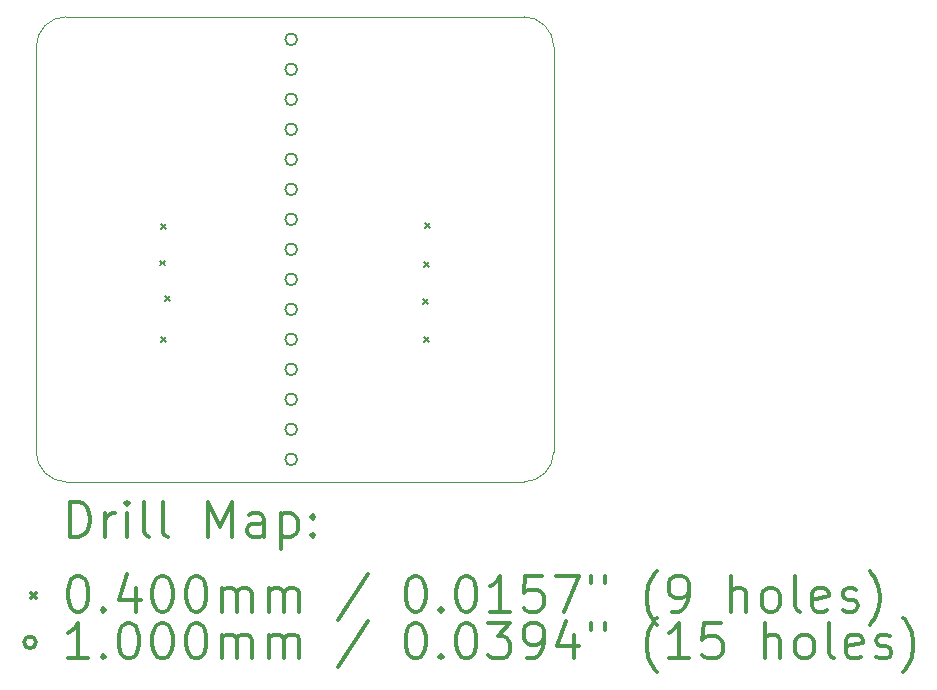
<source format=gbr>
%FSLAX45Y45*%
G04 Gerber Fmt 4.5, Leading zero omitted, Abs format (unit mm)*
G04 Created by KiCad (PCBNEW (5.1.10)-1) date 2022-01-06 14:13:50*
%MOMM*%
%LPD*%
G01*
G04 APERTURE LIST*
%TA.AperFunction,Profile*%
%ADD10C,0.050000*%
%TD*%
%ADD11C,0.200000*%
%ADD12C,0.300000*%
G04 APERTURE END LIST*
D10*
X5207000Y-6604000D02*
X5207000Y-3175000D01*
X9334500Y-6858000D02*
X5461000Y-6858000D01*
X9588500Y-3175000D02*
X9588500Y-6604000D01*
X5461000Y-2921000D02*
X9334500Y-2921000D01*
X9588500Y-6604000D02*
G75*
G02*
X9334500Y-6858000I-254000J0D01*
G01*
X5207000Y-6604000D02*
G75*
G03*
X5461000Y-6858000I254000J0D01*
G01*
X5461000Y-2921000D02*
G75*
G03*
X5207000Y-3175000I0J-254000D01*
G01*
X9588500Y-3175000D02*
G75*
G03*
X9334500Y-2921000I-254000J0D01*
G01*
D11*
X6254500Y-4984500D02*
X6294500Y-5024500D01*
X6294500Y-4984500D02*
X6254500Y-5024500D01*
X6261735Y-4674235D02*
X6301735Y-4714235D01*
X6301735Y-4674235D02*
X6261735Y-4714235D01*
X6266500Y-5631500D02*
X6306500Y-5671500D01*
X6306500Y-5631500D02*
X6266500Y-5671500D01*
X6300500Y-5284500D02*
X6340500Y-5324500D01*
X6340500Y-5284500D02*
X6300500Y-5324500D01*
X8485464Y-5310228D02*
X8525464Y-5350228D01*
X8525464Y-5310228D02*
X8485464Y-5350228D01*
X8489000Y-4996500D02*
X8529000Y-5036500D01*
X8529000Y-4996500D02*
X8489000Y-5036500D01*
X8489000Y-5631500D02*
X8529000Y-5671500D01*
X8529000Y-5631500D02*
X8489000Y-5671500D01*
X8489000Y-5631500D02*
X8529000Y-5671500D01*
X8529000Y-5631500D02*
X8489000Y-5671500D01*
X8499265Y-4668735D02*
X8539265Y-4708735D01*
X8539265Y-4668735D02*
X8499265Y-4708735D01*
X7416000Y-3111500D02*
G75*
G03*
X7416000Y-3111500I-50000J0D01*
G01*
X7416000Y-3365500D02*
G75*
G03*
X7416000Y-3365500I-50000J0D01*
G01*
X7416000Y-3619500D02*
G75*
G03*
X7416000Y-3619500I-50000J0D01*
G01*
X7416000Y-3873500D02*
G75*
G03*
X7416000Y-3873500I-50000J0D01*
G01*
X7416000Y-4127500D02*
G75*
G03*
X7416000Y-4127500I-50000J0D01*
G01*
X7416000Y-4381500D02*
G75*
G03*
X7416000Y-4381500I-50000J0D01*
G01*
X7416000Y-4635500D02*
G75*
G03*
X7416000Y-4635500I-50000J0D01*
G01*
X7416000Y-4889500D02*
G75*
G03*
X7416000Y-4889500I-50000J0D01*
G01*
X7416000Y-5143500D02*
G75*
G03*
X7416000Y-5143500I-50000J0D01*
G01*
X7416000Y-5397500D02*
G75*
G03*
X7416000Y-5397500I-50000J0D01*
G01*
X7416000Y-5651500D02*
G75*
G03*
X7416000Y-5651500I-50000J0D01*
G01*
X7416000Y-5905500D02*
G75*
G03*
X7416000Y-5905500I-50000J0D01*
G01*
X7416000Y-6159500D02*
G75*
G03*
X7416000Y-6159500I-50000J0D01*
G01*
X7416000Y-6413500D02*
G75*
G03*
X7416000Y-6413500I-50000J0D01*
G01*
X7416000Y-6667500D02*
G75*
G03*
X7416000Y-6667500I-50000J0D01*
G01*
D12*
X5490928Y-7326214D02*
X5490928Y-7026214D01*
X5562357Y-7026214D01*
X5605214Y-7040500D01*
X5633786Y-7069071D01*
X5648071Y-7097643D01*
X5662357Y-7154786D01*
X5662357Y-7197643D01*
X5648071Y-7254786D01*
X5633786Y-7283357D01*
X5605214Y-7311929D01*
X5562357Y-7326214D01*
X5490928Y-7326214D01*
X5790928Y-7326214D02*
X5790928Y-7126214D01*
X5790928Y-7183357D02*
X5805214Y-7154786D01*
X5819500Y-7140500D01*
X5848071Y-7126214D01*
X5876643Y-7126214D01*
X5976643Y-7326214D02*
X5976643Y-7126214D01*
X5976643Y-7026214D02*
X5962357Y-7040500D01*
X5976643Y-7054786D01*
X5990928Y-7040500D01*
X5976643Y-7026214D01*
X5976643Y-7054786D01*
X6162357Y-7326214D02*
X6133786Y-7311929D01*
X6119500Y-7283357D01*
X6119500Y-7026214D01*
X6319500Y-7326214D02*
X6290928Y-7311929D01*
X6276643Y-7283357D01*
X6276643Y-7026214D01*
X6662357Y-7326214D02*
X6662357Y-7026214D01*
X6762357Y-7240500D01*
X6862357Y-7026214D01*
X6862357Y-7326214D01*
X7133786Y-7326214D02*
X7133786Y-7169071D01*
X7119500Y-7140500D01*
X7090928Y-7126214D01*
X7033786Y-7126214D01*
X7005214Y-7140500D01*
X7133786Y-7311929D02*
X7105214Y-7326214D01*
X7033786Y-7326214D01*
X7005214Y-7311929D01*
X6990928Y-7283357D01*
X6990928Y-7254786D01*
X7005214Y-7226214D01*
X7033786Y-7211929D01*
X7105214Y-7211929D01*
X7133786Y-7197643D01*
X7276643Y-7126214D02*
X7276643Y-7426214D01*
X7276643Y-7140500D02*
X7305214Y-7126214D01*
X7362357Y-7126214D01*
X7390928Y-7140500D01*
X7405214Y-7154786D01*
X7419500Y-7183357D01*
X7419500Y-7269071D01*
X7405214Y-7297643D01*
X7390928Y-7311929D01*
X7362357Y-7326214D01*
X7305214Y-7326214D01*
X7276643Y-7311929D01*
X7548071Y-7297643D02*
X7562357Y-7311929D01*
X7548071Y-7326214D01*
X7533786Y-7311929D01*
X7548071Y-7297643D01*
X7548071Y-7326214D01*
X7548071Y-7140500D02*
X7562357Y-7154786D01*
X7548071Y-7169071D01*
X7533786Y-7154786D01*
X7548071Y-7140500D01*
X7548071Y-7169071D01*
X5164500Y-7800500D02*
X5204500Y-7840500D01*
X5204500Y-7800500D02*
X5164500Y-7840500D01*
X5548071Y-7656214D02*
X5576643Y-7656214D01*
X5605214Y-7670500D01*
X5619500Y-7684786D01*
X5633786Y-7713357D01*
X5648071Y-7770500D01*
X5648071Y-7841929D01*
X5633786Y-7899071D01*
X5619500Y-7927643D01*
X5605214Y-7941929D01*
X5576643Y-7956214D01*
X5548071Y-7956214D01*
X5519500Y-7941929D01*
X5505214Y-7927643D01*
X5490928Y-7899071D01*
X5476643Y-7841929D01*
X5476643Y-7770500D01*
X5490928Y-7713357D01*
X5505214Y-7684786D01*
X5519500Y-7670500D01*
X5548071Y-7656214D01*
X5776643Y-7927643D02*
X5790928Y-7941929D01*
X5776643Y-7956214D01*
X5762357Y-7941929D01*
X5776643Y-7927643D01*
X5776643Y-7956214D01*
X6048071Y-7756214D02*
X6048071Y-7956214D01*
X5976643Y-7641929D02*
X5905214Y-7856214D01*
X6090928Y-7856214D01*
X6262357Y-7656214D02*
X6290928Y-7656214D01*
X6319500Y-7670500D01*
X6333786Y-7684786D01*
X6348071Y-7713357D01*
X6362357Y-7770500D01*
X6362357Y-7841929D01*
X6348071Y-7899071D01*
X6333786Y-7927643D01*
X6319500Y-7941929D01*
X6290928Y-7956214D01*
X6262357Y-7956214D01*
X6233786Y-7941929D01*
X6219500Y-7927643D01*
X6205214Y-7899071D01*
X6190928Y-7841929D01*
X6190928Y-7770500D01*
X6205214Y-7713357D01*
X6219500Y-7684786D01*
X6233786Y-7670500D01*
X6262357Y-7656214D01*
X6548071Y-7656214D02*
X6576643Y-7656214D01*
X6605214Y-7670500D01*
X6619500Y-7684786D01*
X6633786Y-7713357D01*
X6648071Y-7770500D01*
X6648071Y-7841929D01*
X6633786Y-7899071D01*
X6619500Y-7927643D01*
X6605214Y-7941929D01*
X6576643Y-7956214D01*
X6548071Y-7956214D01*
X6519500Y-7941929D01*
X6505214Y-7927643D01*
X6490928Y-7899071D01*
X6476643Y-7841929D01*
X6476643Y-7770500D01*
X6490928Y-7713357D01*
X6505214Y-7684786D01*
X6519500Y-7670500D01*
X6548071Y-7656214D01*
X6776643Y-7956214D02*
X6776643Y-7756214D01*
X6776643Y-7784786D02*
X6790928Y-7770500D01*
X6819500Y-7756214D01*
X6862357Y-7756214D01*
X6890928Y-7770500D01*
X6905214Y-7799071D01*
X6905214Y-7956214D01*
X6905214Y-7799071D02*
X6919500Y-7770500D01*
X6948071Y-7756214D01*
X6990928Y-7756214D01*
X7019500Y-7770500D01*
X7033786Y-7799071D01*
X7033786Y-7956214D01*
X7176643Y-7956214D02*
X7176643Y-7756214D01*
X7176643Y-7784786D02*
X7190928Y-7770500D01*
X7219500Y-7756214D01*
X7262357Y-7756214D01*
X7290928Y-7770500D01*
X7305214Y-7799071D01*
X7305214Y-7956214D01*
X7305214Y-7799071D02*
X7319500Y-7770500D01*
X7348071Y-7756214D01*
X7390928Y-7756214D01*
X7419500Y-7770500D01*
X7433786Y-7799071D01*
X7433786Y-7956214D01*
X8019500Y-7641929D02*
X7762357Y-8027643D01*
X8405214Y-7656214D02*
X8433786Y-7656214D01*
X8462357Y-7670500D01*
X8476643Y-7684786D01*
X8490928Y-7713357D01*
X8505214Y-7770500D01*
X8505214Y-7841929D01*
X8490928Y-7899071D01*
X8476643Y-7927643D01*
X8462357Y-7941929D01*
X8433786Y-7956214D01*
X8405214Y-7956214D01*
X8376643Y-7941929D01*
X8362357Y-7927643D01*
X8348071Y-7899071D01*
X8333786Y-7841929D01*
X8333786Y-7770500D01*
X8348071Y-7713357D01*
X8362357Y-7684786D01*
X8376643Y-7670500D01*
X8405214Y-7656214D01*
X8633786Y-7927643D02*
X8648071Y-7941929D01*
X8633786Y-7956214D01*
X8619500Y-7941929D01*
X8633786Y-7927643D01*
X8633786Y-7956214D01*
X8833786Y-7656214D02*
X8862357Y-7656214D01*
X8890928Y-7670500D01*
X8905214Y-7684786D01*
X8919500Y-7713357D01*
X8933786Y-7770500D01*
X8933786Y-7841929D01*
X8919500Y-7899071D01*
X8905214Y-7927643D01*
X8890928Y-7941929D01*
X8862357Y-7956214D01*
X8833786Y-7956214D01*
X8805214Y-7941929D01*
X8790928Y-7927643D01*
X8776643Y-7899071D01*
X8762357Y-7841929D01*
X8762357Y-7770500D01*
X8776643Y-7713357D01*
X8790928Y-7684786D01*
X8805214Y-7670500D01*
X8833786Y-7656214D01*
X9219500Y-7956214D02*
X9048071Y-7956214D01*
X9133786Y-7956214D02*
X9133786Y-7656214D01*
X9105214Y-7699071D01*
X9076643Y-7727643D01*
X9048071Y-7741929D01*
X9490928Y-7656214D02*
X9348071Y-7656214D01*
X9333786Y-7799071D01*
X9348071Y-7784786D01*
X9376643Y-7770500D01*
X9448071Y-7770500D01*
X9476643Y-7784786D01*
X9490928Y-7799071D01*
X9505214Y-7827643D01*
X9505214Y-7899071D01*
X9490928Y-7927643D01*
X9476643Y-7941929D01*
X9448071Y-7956214D01*
X9376643Y-7956214D01*
X9348071Y-7941929D01*
X9333786Y-7927643D01*
X9605214Y-7656214D02*
X9805214Y-7656214D01*
X9676643Y-7956214D01*
X9905214Y-7656214D02*
X9905214Y-7713357D01*
X10019500Y-7656214D02*
X10019500Y-7713357D01*
X10462357Y-8070500D02*
X10448071Y-8056214D01*
X10419500Y-8013357D01*
X10405214Y-7984786D01*
X10390928Y-7941929D01*
X10376643Y-7870500D01*
X10376643Y-7813357D01*
X10390928Y-7741929D01*
X10405214Y-7699071D01*
X10419500Y-7670500D01*
X10448071Y-7627643D01*
X10462357Y-7613357D01*
X10590928Y-7956214D02*
X10648071Y-7956214D01*
X10676643Y-7941929D01*
X10690928Y-7927643D01*
X10719500Y-7884786D01*
X10733786Y-7827643D01*
X10733786Y-7713357D01*
X10719500Y-7684786D01*
X10705214Y-7670500D01*
X10676643Y-7656214D01*
X10619500Y-7656214D01*
X10590928Y-7670500D01*
X10576643Y-7684786D01*
X10562357Y-7713357D01*
X10562357Y-7784786D01*
X10576643Y-7813357D01*
X10590928Y-7827643D01*
X10619500Y-7841929D01*
X10676643Y-7841929D01*
X10705214Y-7827643D01*
X10719500Y-7813357D01*
X10733786Y-7784786D01*
X11090928Y-7956214D02*
X11090928Y-7656214D01*
X11219500Y-7956214D02*
X11219500Y-7799071D01*
X11205214Y-7770500D01*
X11176643Y-7756214D01*
X11133786Y-7756214D01*
X11105214Y-7770500D01*
X11090928Y-7784786D01*
X11405214Y-7956214D02*
X11376643Y-7941929D01*
X11362357Y-7927643D01*
X11348071Y-7899071D01*
X11348071Y-7813357D01*
X11362357Y-7784786D01*
X11376643Y-7770500D01*
X11405214Y-7756214D01*
X11448071Y-7756214D01*
X11476643Y-7770500D01*
X11490928Y-7784786D01*
X11505214Y-7813357D01*
X11505214Y-7899071D01*
X11490928Y-7927643D01*
X11476643Y-7941929D01*
X11448071Y-7956214D01*
X11405214Y-7956214D01*
X11676643Y-7956214D02*
X11648071Y-7941929D01*
X11633786Y-7913357D01*
X11633786Y-7656214D01*
X11905214Y-7941929D02*
X11876643Y-7956214D01*
X11819500Y-7956214D01*
X11790928Y-7941929D01*
X11776643Y-7913357D01*
X11776643Y-7799071D01*
X11790928Y-7770500D01*
X11819500Y-7756214D01*
X11876643Y-7756214D01*
X11905214Y-7770500D01*
X11919500Y-7799071D01*
X11919500Y-7827643D01*
X11776643Y-7856214D01*
X12033786Y-7941929D02*
X12062357Y-7956214D01*
X12119500Y-7956214D01*
X12148071Y-7941929D01*
X12162357Y-7913357D01*
X12162357Y-7899071D01*
X12148071Y-7870500D01*
X12119500Y-7856214D01*
X12076643Y-7856214D01*
X12048071Y-7841929D01*
X12033786Y-7813357D01*
X12033786Y-7799071D01*
X12048071Y-7770500D01*
X12076643Y-7756214D01*
X12119500Y-7756214D01*
X12148071Y-7770500D01*
X12262357Y-8070500D02*
X12276643Y-8056214D01*
X12305214Y-8013357D01*
X12319500Y-7984786D01*
X12333786Y-7941929D01*
X12348071Y-7870500D01*
X12348071Y-7813357D01*
X12333786Y-7741929D01*
X12319500Y-7699071D01*
X12305214Y-7670500D01*
X12276643Y-7627643D01*
X12262357Y-7613357D01*
X5204500Y-8216500D02*
G75*
G03*
X5204500Y-8216500I-50000J0D01*
G01*
X5648071Y-8352214D02*
X5476643Y-8352214D01*
X5562357Y-8352214D02*
X5562357Y-8052214D01*
X5533786Y-8095071D01*
X5505214Y-8123643D01*
X5476643Y-8137929D01*
X5776643Y-8323643D02*
X5790928Y-8337929D01*
X5776643Y-8352214D01*
X5762357Y-8337929D01*
X5776643Y-8323643D01*
X5776643Y-8352214D01*
X5976643Y-8052214D02*
X6005214Y-8052214D01*
X6033786Y-8066500D01*
X6048071Y-8080786D01*
X6062357Y-8109357D01*
X6076643Y-8166500D01*
X6076643Y-8237929D01*
X6062357Y-8295071D01*
X6048071Y-8323643D01*
X6033786Y-8337929D01*
X6005214Y-8352214D01*
X5976643Y-8352214D01*
X5948071Y-8337929D01*
X5933786Y-8323643D01*
X5919500Y-8295071D01*
X5905214Y-8237929D01*
X5905214Y-8166500D01*
X5919500Y-8109357D01*
X5933786Y-8080786D01*
X5948071Y-8066500D01*
X5976643Y-8052214D01*
X6262357Y-8052214D02*
X6290928Y-8052214D01*
X6319500Y-8066500D01*
X6333786Y-8080786D01*
X6348071Y-8109357D01*
X6362357Y-8166500D01*
X6362357Y-8237929D01*
X6348071Y-8295071D01*
X6333786Y-8323643D01*
X6319500Y-8337929D01*
X6290928Y-8352214D01*
X6262357Y-8352214D01*
X6233786Y-8337929D01*
X6219500Y-8323643D01*
X6205214Y-8295071D01*
X6190928Y-8237929D01*
X6190928Y-8166500D01*
X6205214Y-8109357D01*
X6219500Y-8080786D01*
X6233786Y-8066500D01*
X6262357Y-8052214D01*
X6548071Y-8052214D02*
X6576643Y-8052214D01*
X6605214Y-8066500D01*
X6619500Y-8080786D01*
X6633786Y-8109357D01*
X6648071Y-8166500D01*
X6648071Y-8237929D01*
X6633786Y-8295071D01*
X6619500Y-8323643D01*
X6605214Y-8337929D01*
X6576643Y-8352214D01*
X6548071Y-8352214D01*
X6519500Y-8337929D01*
X6505214Y-8323643D01*
X6490928Y-8295071D01*
X6476643Y-8237929D01*
X6476643Y-8166500D01*
X6490928Y-8109357D01*
X6505214Y-8080786D01*
X6519500Y-8066500D01*
X6548071Y-8052214D01*
X6776643Y-8352214D02*
X6776643Y-8152214D01*
X6776643Y-8180786D02*
X6790928Y-8166500D01*
X6819500Y-8152214D01*
X6862357Y-8152214D01*
X6890928Y-8166500D01*
X6905214Y-8195071D01*
X6905214Y-8352214D01*
X6905214Y-8195071D02*
X6919500Y-8166500D01*
X6948071Y-8152214D01*
X6990928Y-8152214D01*
X7019500Y-8166500D01*
X7033786Y-8195071D01*
X7033786Y-8352214D01*
X7176643Y-8352214D02*
X7176643Y-8152214D01*
X7176643Y-8180786D02*
X7190928Y-8166500D01*
X7219500Y-8152214D01*
X7262357Y-8152214D01*
X7290928Y-8166500D01*
X7305214Y-8195071D01*
X7305214Y-8352214D01*
X7305214Y-8195071D02*
X7319500Y-8166500D01*
X7348071Y-8152214D01*
X7390928Y-8152214D01*
X7419500Y-8166500D01*
X7433786Y-8195071D01*
X7433786Y-8352214D01*
X8019500Y-8037929D02*
X7762357Y-8423643D01*
X8405214Y-8052214D02*
X8433786Y-8052214D01*
X8462357Y-8066500D01*
X8476643Y-8080786D01*
X8490928Y-8109357D01*
X8505214Y-8166500D01*
X8505214Y-8237929D01*
X8490928Y-8295071D01*
X8476643Y-8323643D01*
X8462357Y-8337929D01*
X8433786Y-8352214D01*
X8405214Y-8352214D01*
X8376643Y-8337929D01*
X8362357Y-8323643D01*
X8348071Y-8295071D01*
X8333786Y-8237929D01*
X8333786Y-8166500D01*
X8348071Y-8109357D01*
X8362357Y-8080786D01*
X8376643Y-8066500D01*
X8405214Y-8052214D01*
X8633786Y-8323643D02*
X8648071Y-8337929D01*
X8633786Y-8352214D01*
X8619500Y-8337929D01*
X8633786Y-8323643D01*
X8633786Y-8352214D01*
X8833786Y-8052214D02*
X8862357Y-8052214D01*
X8890928Y-8066500D01*
X8905214Y-8080786D01*
X8919500Y-8109357D01*
X8933786Y-8166500D01*
X8933786Y-8237929D01*
X8919500Y-8295071D01*
X8905214Y-8323643D01*
X8890928Y-8337929D01*
X8862357Y-8352214D01*
X8833786Y-8352214D01*
X8805214Y-8337929D01*
X8790928Y-8323643D01*
X8776643Y-8295071D01*
X8762357Y-8237929D01*
X8762357Y-8166500D01*
X8776643Y-8109357D01*
X8790928Y-8080786D01*
X8805214Y-8066500D01*
X8833786Y-8052214D01*
X9033786Y-8052214D02*
X9219500Y-8052214D01*
X9119500Y-8166500D01*
X9162357Y-8166500D01*
X9190928Y-8180786D01*
X9205214Y-8195071D01*
X9219500Y-8223643D01*
X9219500Y-8295071D01*
X9205214Y-8323643D01*
X9190928Y-8337929D01*
X9162357Y-8352214D01*
X9076643Y-8352214D01*
X9048071Y-8337929D01*
X9033786Y-8323643D01*
X9362357Y-8352214D02*
X9419500Y-8352214D01*
X9448071Y-8337929D01*
X9462357Y-8323643D01*
X9490928Y-8280786D01*
X9505214Y-8223643D01*
X9505214Y-8109357D01*
X9490928Y-8080786D01*
X9476643Y-8066500D01*
X9448071Y-8052214D01*
X9390928Y-8052214D01*
X9362357Y-8066500D01*
X9348071Y-8080786D01*
X9333786Y-8109357D01*
X9333786Y-8180786D01*
X9348071Y-8209357D01*
X9362357Y-8223643D01*
X9390928Y-8237929D01*
X9448071Y-8237929D01*
X9476643Y-8223643D01*
X9490928Y-8209357D01*
X9505214Y-8180786D01*
X9762357Y-8152214D02*
X9762357Y-8352214D01*
X9690928Y-8037929D02*
X9619500Y-8252214D01*
X9805214Y-8252214D01*
X9905214Y-8052214D02*
X9905214Y-8109357D01*
X10019500Y-8052214D02*
X10019500Y-8109357D01*
X10462357Y-8466500D02*
X10448071Y-8452214D01*
X10419500Y-8409357D01*
X10405214Y-8380786D01*
X10390928Y-8337929D01*
X10376643Y-8266500D01*
X10376643Y-8209357D01*
X10390928Y-8137929D01*
X10405214Y-8095071D01*
X10419500Y-8066500D01*
X10448071Y-8023643D01*
X10462357Y-8009357D01*
X10733786Y-8352214D02*
X10562357Y-8352214D01*
X10648071Y-8352214D02*
X10648071Y-8052214D01*
X10619500Y-8095071D01*
X10590928Y-8123643D01*
X10562357Y-8137929D01*
X11005214Y-8052214D02*
X10862357Y-8052214D01*
X10848071Y-8195071D01*
X10862357Y-8180786D01*
X10890928Y-8166500D01*
X10962357Y-8166500D01*
X10990928Y-8180786D01*
X11005214Y-8195071D01*
X11019500Y-8223643D01*
X11019500Y-8295071D01*
X11005214Y-8323643D01*
X10990928Y-8337929D01*
X10962357Y-8352214D01*
X10890928Y-8352214D01*
X10862357Y-8337929D01*
X10848071Y-8323643D01*
X11376643Y-8352214D02*
X11376643Y-8052214D01*
X11505214Y-8352214D02*
X11505214Y-8195071D01*
X11490928Y-8166500D01*
X11462357Y-8152214D01*
X11419500Y-8152214D01*
X11390928Y-8166500D01*
X11376643Y-8180786D01*
X11690928Y-8352214D02*
X11662357Y-8337929D01*
X11648071Y-8323643D01*
X11633786Y-8295071D01*
X11633786Y-8209357D01*
X11648071Y-8180786D01*
X11662357Y-8166500D01*
X11690928Y-8152214D01*
X11733786Y-8152214D01*
X11762357Y-8166500D01*
X11776643Y-8180786D01*
X11790928Y-8209357D01*
X11790928Y-8295071D01*
X11776643Y-8323643D01*
X11762357Y-8337929D01*
X11733786Y-8352214D01*
X11690928Y-8352214D01*
X11962357Y-8352214D02*
X11933786Y-8337929D01*
X11919500Y-8309357D01*
X11919500Y-8052214D01*
X12190928Y-8337929D02*
X12162357Y-8352214D01*
X12105214Y-8352214D01*
X12076643Y-8337929D01*
X12062357Y-8309357D01*
X12062357Y-8195071D01*
X12076643Y-8166500D01*
X12105214Y-8152214D01*
X12162357Y-8152214D01*
X12190928Y-8166500D01*
X12205214Y-8195071D01*
X12205214Y-8223643D01*
X12062357Y-8252214D01*
X12319500Y-8337929D02*
X12348071Y-8352214D01*
X12405214Y-8352214D01*
X12433786Y-8337929D01*
X12448071Y-8309357D01*
X12448071Y-8295071D01*
X12433786Y-8266500D01*
X12405214Y-8252214D01*
X12362357Y-8252214D01*
X12333786Y-8237929D01*
X12319500Y-8209357D01*
X12319500Y-8195071D01*
X12333786Y-8166500D01*
X12362357Y-8152214D01*
X12405214Y-8152214D01*
X12433786Y-8166500D01*
X12548071Y-8466500D02*
X12562357Y-8452214D01*
X12590928Y-8409357D01*
X12605214Y-8380786D01*
X12619500Y-8337929D01*
X12633786Y-8266500D01*
X12633786Y-8209357D01*
X12619500Y-8137929D01*
X12605214Y-8095071D01*
X12590928Y-8066500D01*
X12562357Y-8023643D01*
X12548071Y-8009357D01*
M02*

</source>
